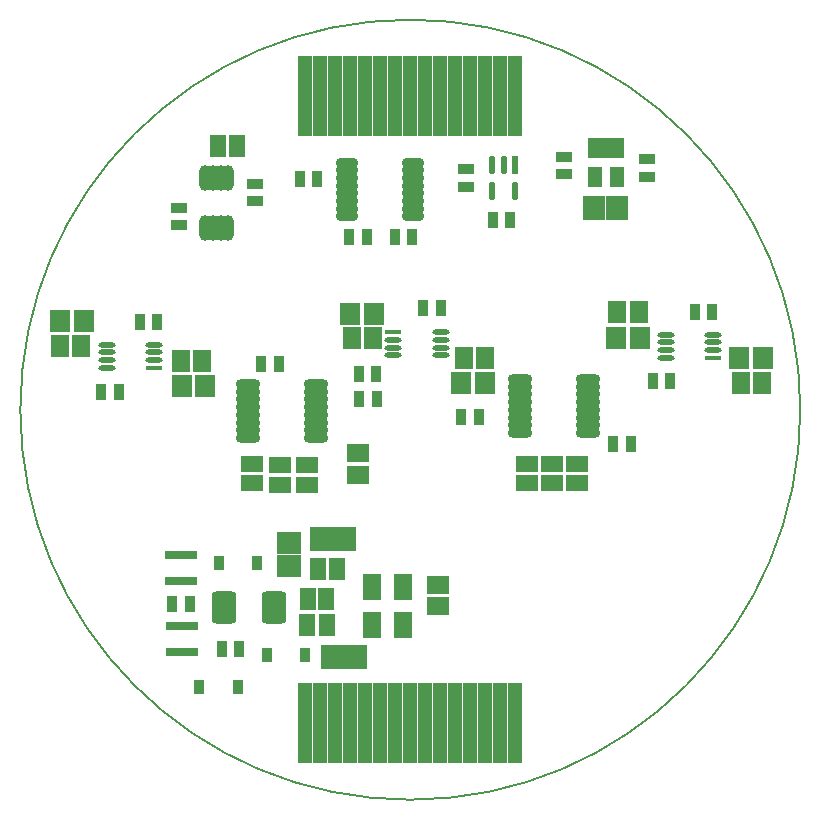
<source format=gtp>
G04*
G04 #@! TF.GenerationSoftware,Altium Limited,Altium Designer,22.3.1 (43)*
G04*
G04 Layer_Color=8421504*
%FSLAX25Y25*%
%MOIN*%
G70*
G04*
G04 #@! TF.SameCoordinates,26406105-7067-4880-9C5C-2A59F93044AC*
G04*
G04*
G04 #@! TF.FilePolarity,Positive*
G04*
G01*
G75*
%ADD14C,0.00500*%
%ADD16R,0.03740X0.05315*%
%ADD17O,0.08102X0.03378*%
%ADD18R,0.05937X0.07315*%
%ADD19R,0.06724X0.07709*%
%ADD20R,0.07315X0.05347*%
%ADD21R,0.05725X0.01716*%
G04:AMPARAMS|DCode=22|XSize=57.25mil|YSize=17.16mil|CornerRadius=8.58mil|HoleSize=0mil|Usage=FLASHONLY|Rotation=0.000|XOffset=0mil|YOffset=0mil|HoleType=Round|Shape=RoundedRectangle|*
%AMROUNDEDRECTD22*
21,1,0.05725,0.00000,0,0,0.0*
21,1,0.04009,0.01716,0,0,0.0*
1,1,0.01716,0.02005,0.00000*
1,1,0.01716,-0.02005,0.00000*
1,1,0.01716,-0.02005,0.00000*
1,1,0.01716,0.02005,0.00000*
%
%ADD22ROUNDEDRECTD22*%
%ADD23R,0.07315X0.05937*%
%ADD24R,0.06331X0.08693*%
%ADD25R,0.07906X0.08102*%
%ADD26R,0.10630X0.03150*%
%ADD27R,0.03600X0.04800*%
%ADD28R,0.04913X0.13496*%
%ADD29O,0.08299X0.03181*%
%ADD30R,0.08102X0.08102*%
%ADD31R,0.07315X0.08102*%
%ADD32R,0.05315X0.03740*%
%ADD33R,0.04756X0.07118*%
%ADD34R,0.02253X0.06120*%
G04:AMPARAMS|DCode=35|XSize=61.2mil|YSize=22.53mil|CornerRadius=11.26mil|HoleSize=0mil|Usage=FLASHONLY|Rotation=270.000|XOffset=0mil|YOffset=0mil|HoleType=Round|Shape=RoundedRectangle|*
%AMROUNDEDRECTD35*
21,1,0.06120,0.00000,0,0,270.0*
21,1,0.03867,0.02253,0,0,270.0*
1,1,0.02253,0.00000,-0.01934*
1,1,0.02253,0.00000,0.01934*
1,1,0.02253,0.00000,0.01934*
1,1,0.02253,0.00000,-0.01934*
%
%ADD35ROUNDEDRECTD35*%
%ADD36O,0.07512X0.03378*%
%ADD37R,0.05347X0.07315*%
%ADD38O,0.03772X0.08693*%
%ADD39R,0.05740X0.07315*%
%ADD40R,0.08102X0.07315*%
D14*
X876400Y442700D02*
G03*
X876400Y442700I-130000J0D01*
G01*
D16*
X696653Y457985D02*
D03*
X702559D02*
D03*
X763322Y440295D02*
D03*
X769227D02*
D03*
X833123Y452204D02*
D03*
X827217Y452204D02*
D03*
X819967Y431240D02*
D03*
X814062D02*
D03*
X729292Y446102D02*
D03*
X735197D02*
D03*
X672988Y378012D02*
D03*
X667082D02*
D03*
X683517Y362877D02*
D03*
X689423D02*
D03*
X662066Y471918D02*
D03*
X656160Y471918D02*
D03*
X643368Y448661D02*
D03*
X649273Y448661D02*
D03*
X779708Y505961D02*
D03*
X773802D02*
D03*
X747055Y500430D02*
D03*
X741150D02*
D03*
X726103D02*
D03*
X732009D02*
D03*
X715462Y519732D02*
D03*
X709556D02*
D03*
X729220Y454639D02*
D03*
X735125D02*
D03*
X841227Y475240D02*
D03*
X847133D02*
D03*
X756507Y476652D02*
D03*
X750602D02*
D03*
D17*
X805695Y434980D02*
D03*
Y437539D02*
D03*
Y440098D02*
D03*
Y442657D02*
D03*
X805695Y445216D02*
D03*
X805695Y447775D02*
D03*
X805695Y450334D02*
D03*
X805695Y452893D02*
D03*
X783057Y434980D02*
D03*
Y437539D02*
D03*
Y440098D02*
D03*
Y442657D02*
D03*
X783057Y445216D02*
D03*
X783057Y447775D02*
D03*
X783057Y450334D02*
D03*
X783057Y452893D02*
D03*
X714926Y433307D02*
D03*
Y435865D02*
D03*
Y438425D02*
D03*
Y440984D02*
D03*
Y443543D02*
D03*
Y446102D02*
D03*
Y448661D02*
D03*
Y451220D02*
D03*
X692288Y433307D02*
D03*
Y435865D02*
D03*
Y438425D02*
D03*
Y440984D02*
D03*
Y443543D02*
D03*
Y446102D02*
D03*
Y448661D02*
D03*
Y451220D02*
D03*
D18*
X863588Y451489D02*
D03*
X856501D02*
D03*
X815439Y475240D02*
D03*
X822526D02*
D03*
X771393Y459954D02*
D03*
X764306D02*
D03*
X726832Y466670D02*
D03*
X733919D02*
D03*
X669851Y458826D02*
D03*
X676938D02*
D03*
X629528Y463962D02*
D03*
X636615D02*
D03*
D19*
X815031Y466670D02*
D03*
X822905D02*
D03*
X863942Y460063D02*
D03*
X856068D02*
D03*
X771196Y451489D02*
D03*
X763322D02*
D03*
X726438Y474684D02*
D03*
X734312D02*
D03*
X670172Y450629D02*
D03*
X678046D02*
D03*
X629725Y472409D02*
D03*
X637599D02*
D03*
D20*
X801846Y418155D02*
D03*
Y424651D02*
D03*
X793614Y418155D02*
D03*
Y424651D02*
D03*
X785300Y418155D02*
D03*
Y424651D02*
D03*
X711809Y417719D02*
D03*
Y424215D02*
D03*
X703005Y424215D02*
D03*
Y417719D02*
D03*
X693700Y424609D02*
D03*
Y418113D02*
D03*
D21*
X740731Y468540D02*
D03*
X660991Y456662D02*
D03*
X847317Y460017D02*
D03*
D22*
X740731Y465981D02*
D03*
Y463422D02*
D03*
Y460863D02*
D03*
X756482Y460863D02*
D03*
Y463422D02*
D03*
Y465981D02*
D03*
Y468540D02*
D03*
X660991Y459221D02*
D03*
Y461780D02*
D03*
Y464339D02*
D03*
X645240D02*
D03*
Y461780D02*
D03*
Y459221D02*
D03*
Y456662D02*
D03*
X847317Y462577D02*
D03*
Y465136D02*
D03*
Y467695D02*
D03*
X831565Y467695D02*
D03*
Y465136D02*
D03*
Y462577D02*
D03*
Y460017D02*
D03*
D23*
X728856Y421066D02*
D03*
Y428152D02*
D03*
X755523Y377237D02*
D03*
Y384324D02*
D03*
D24*
X743984Y371100D02*
D03*
X733747D02*
D03*
Y383667D02*
D03*
X743984D02*
D03*
D25*
X727815Y360167D02*
D03*
X720729D02*
D03*
D26*
X669807Y385569D02*
D03*
Y394231D02*
D03*
X670172Y370528D02*
D03*
Y361866D02*
D03*
D27*
X676030Y350200D02*
D03*
X688930D02*
D03*
X698524Y360908D02*
D03*
X711424D02*
D03*
X695380Y391568D02*
D03*
X682480D02*
D03*
D28*
X711400Y331448D02*
D03*
Y344952D02*
D03*
X716400Y331448D02*
D03*
Y344952D02*
D03*
X721400Y331448D02*
D03*
Y344952D02*
D03*
X726400Y331448D02*
D03*
Y344952D02*
D03*
X731400Y331448D02*
D03*
X731400Y344952D02*
D03*
X736400Y331448D02*
D03*
Y344952D02*
D03*
X741400Y331448D02*
D03*
X741400Y344952D02*
D03*
X746400Y331448D02*
D03*
Y344952D02*
D03*
X751400Y331448D02*
D03*
Y344952D02*
D03*
X756400Y331448D02*
D03*
X756400Y344952D02*
D03*
X761400Y331448D02*
D03*
Y344952D02*
D03*
X766400Y331448D02*
D03*
X766400Y344952D02*
D03*
X771400Y331448D02*
D03*
Y344952D02*
D03*
X776400Y331448D02*
D03*
Y344952D02*
D03*
X781400Y331448D02*
D03*
Y344952D02*
D03*
X711400Y540448D02*
D03*
Y553952D02*
D03*
X716400Y540448D02*
D03*
Y553952D02*
D03*
X721400Y540448D02*
D03*
X721400Y553952D02*
D03*
X726400Y540448D02*
D03*
Y553952D02*
D03*
X731400Y540448D02*
D03*
Y553952D02*
D03*
X736400Y540448D02*
D03*
Y553952D02*
D03*
X741400Y540448D02*
D03*
Y553952D02*
D03*
X746400Y540448D02*
D03*
Y553952D02*
D03*
X751400Y540448D02*
D03*
X751400Y553952D02*
D03*
X756400Y540448D02*
D03*
Y553952D02*
D03*
X761400Y540448D02*
D03*
Y553952D02*
D03*
X766400Y540448D02*
D03*
Y553952D02*
D03*
X771400Y540448D02*
D03*
Y553952D02*
D03*
X776400Y540448D02*
D03*
Y553952D02*
D03*
X781400Y540448D02*
D03*
Y553952D02*
D03*
D29*
X700938Y372840D02*
D03*
Y374809D02*
D03*
X700938Y376777D02*
D03*
Y378746D02*
D03*
X700938Y380714D02*
D03*
X684206Y372840D02*
D03*
Y374809D02*
D03*
X684206Y376777D02*
D03*
Y378746D02*
D03*
X684206Y380714D02*
D03*
D30*
X724272Y399700D02*
D03*
X716989D02*
D03*
D31*
X807704Y509800D02*
D03*
X815382D02*
D03*
D32*
X825214Y520410D02*
D03*
Y526315D02*
D03*
X797493Y527015D02*
D03*
Y521110D02*
D03*
X764943Y522982D02*
D03*
Y517077D02*
D03*
X694740Y518060D02*
D03*
Y512154D02*
D03*
X669260Y504190D02*
D03*
Y510096D02*
D03*
D33*
X815382Y520322D02*
D03*
X807901D02*
D03*
X807901Y529771D02*
D03*
X811641D02*
D03*
X815382D02*
D03*
D34*
X781237Y524362D02*
D03*
D35*
X777496D02*
D03*
X773756D02*
D03*
Y515698D02*
D03*
X781237D02*
D03*
D36*
X747326Y507143D02*
D03*
Y509702D02*
D03*
Y512261D02*
D03*
Y514820D02*
D03*
Y517379D02*
D03*
Y519938D02*
D03*
Y522497D02*
D03*
Y525056D02*
D03*
X725279Y507143D02*
D03*
Y509702D02*
D03*
Y512261D02*
D03*
Y514820D02*
D03*
Y517379D02*
D03*
Y519938D02*
D03*
Y522497D02*
D03*
Y525056D02*
D03*
D37*
X688676Y530595D02*
D03*
X682180D02*
D03*
X718564Y371100D02*
D03*
X712068D02*
D03*
D38*
X685723Y519873D02*
D03*
X683164D02*
D03*
X680605D02*
D03*
X678046D02*
D03*
X685723Y503337D02*
D03*
X683164Y503337D02*
D03*
X680605Y503337D02*
D03*
X678046D02*
D03*
D39*
X712264Y379730D02*
D03*
X718367D02*
D03*
X721812Y389600D02*
D03*
X715709D02*
D03*
D40*
X705860Y390600D02*
D03*
Y398277D02*
D03*
M02*

</source>
